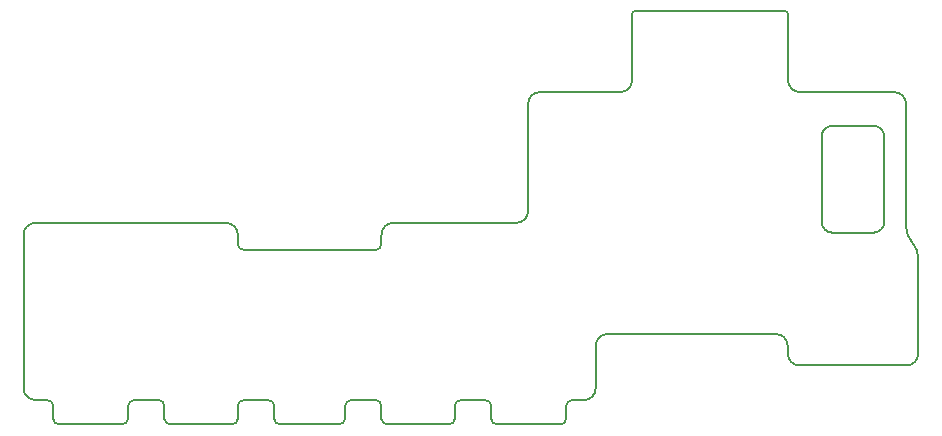
<source format=gbr>
%TF.GenerationSoftware,KiCad,Pcbnew,(5.0.0)*%
%TF.CreationDate,2019-04-02T12:12:57-04:00*%
%TF.ProjectId,Fusion USB Daughter Board,467573696F6E20555342204461756768,rev?*%
%TF.SameCoordinates,Original*%
%TF.FileFunction,Legend,Bot*%
%TF.FilePolarity,Positive*%
%FSLAX46Y46*%
G04 Gerber Fmt 4.6, Leading zero omitted, Abs format (unit mm)*
G04 Created by KiCad (PCBNEW (5.0.0)) date 04/02/19 12:12:57*
%MOMM*%
%LPD*%
G01*
G04 APERTURE LIST*
%ADD10C,0.200000*%
G04 APERTURE END LIST*
D10*
X176900000Y-117250000D02*
G75*
G02X176000000Y-118150000I-900000J0D01*
G01*
X176900000Y-110000000D02*
X176900000Y-117250000D01*
X140544594Y-133887594D02*
X140544594Y-132824523D01*
X149969740Y-132824523D02*
G75*
G02X150469740Y-132324523I500000J0D01*
G01*
X144118853Y-134387594D02*
X149469740Y-134387594D01*
X144118853Y-134387594D02*
G75*
G02X143618853Y-133887594I0J500000D01*
G01*
X141044594Y-132324523D02*
X143118853Y-132324523D01*
X149969740Y-133887594D02*
X149969740Y-132824523D01*
X149969740Y-133887594D02*
G75*
G02X149469740Y-134387594I-500000J0D01*
G01*
X143618853Y-132824523D02*
X143618853Y-133887594D01*
X150469740Y-132324523D02*
X151469740Y-132324523D01*
X140544594Y-132824523D02*
G75*
G02X141044594Y-132324523I500000J0D01*
G01*
X143118853Y-132324523D02*
G75*
G02X143618853Y-132824523I0J-500000D01*
G01*
X152469740Y-127732704D02*
G75*
G02X153469740Y-126732704I1000000J0D01*
G01*
X168725000Y-127732704D02*
X168725000Y-128387594D01*
X167725000Y-126732704D02*
G75*
G02X168725000Y-127732704I0J-1000000D01*
G01*
X152469740Y-131324523D02*
G75*
G02X151469740Y-132324523I-1000000J0D01*
G01*
X179262500Y-118976457D02*
G75*
G02X179775000Y-120313373I-1487500J-1336916D01*
G01*
X179775000Y-128387594D02*
G75*
G02X178775000Y-129387594I-1000000J0D01*
G01*
X152469740Y-131324523D02*
X152469740Y-127732704D01*
X169725000Y-129387594D02*
X178775000Y-129387594D01*
X169725000Y-129387594D02*
G75*
G02X168725000Y-128387594I0J1000000D01*
G01*
X179775000Y-128387594D02*
X179775000Y-120313373D01*
X153469740Y-126732704D02*
X167725000Y-126732704D01*
X106030260Y-132324523D02*
G75*
G02X106530260Y-132824523I0J-500000D01*
G01*
X107030260Y-134387594D02*
G75*
G02X106530260Y-133887594I0J500000D01*
G01*
X106530260Y-132824523D02*
X106530260Y-133887594D01*
X105030260Y-132324523D02*
G75*
G02X104030260Y-131324523I0J1000000D01*
G01*
X104030260Y-118324523D02*
X104030260Y-131324523D01*
X104030260Y-118324523D02*
G75*
G02X105030260Y-117324523I1000000J0D01*
G01*
X112881146Y-132824523D02*
G75*
G02X113381146Y-132324523I500000J0D01*
G01*
X112881146Y-133887594D02*
X112881146Y-132824523D01*
X112881146Y-133887594D02*
G75*
G02X112381146Y-134387594I-500000J0D01*
G01*
X107030260Y-134387594D02*
X112381146Y-134387594D01*
X105030260Y-132324523D02*
X106030260Y-132324523D01*
X134329698Y-132824523D02*
X134329698Y-133887594D01*
X131252713Y-133887594D02*
G75*
G02X130752713Y-134387594I-500000J0D01*
G01*
X125747287Y-134387594D02*
X130752713Y-134387594D01*
X125747287Y-134387594D02*
G75*
G02X125247287Y-133887594I0J500000D01*
G01*
X140544594Y-133887594D02*
G75*
G02X140044594Y-134387594I-500000J0D01*
G01*
X133829698Y-132324523D02*
G75*
G02X134329698Y-132824523I0J-500000D01*
G01*
X134829698Y-134387594D02*
X140044594Y-134387594D01*
X134829698Y-134387594D02*
G75*
G02X134329698Y-133887594I0J500000D01*
G01*
X131252713Y-133887594D02*
X131252713Y-132824523D01*
X131752713Y-132324523D02*
X133829698Y-132324523D01*
X131252713Y-132824523D02*
G75*
G02X131752713Y-132324523I500000J0D01*
G01*
X168750000Y-105250000D02*
X168750000Y-99635787D01*
X177750000Y-106250000D02*
X169750000Y-106250000D01*
X178750000Y-117639541D02*
X178750000Y-107250000D01*
X177750000Y-106250000D02*
G75*
G02X178750000Y-107250000I0J-1000000D01*
G01*
X179262500Y-118976457D02*
G75*
G02X178750000Y-117639541I1487500J1336916D01*
G01*
X169750000Y-106250000D02*
G75*
G02X168750000Y-105250000I0J1000000D01*
G01*
X134329698Y-118324523D02*
G75*
G02X135329698Y-117324523I1000000J0D01*
G01*
X146750000Y-116324523D02*
G75*
G02X145750000Y-117324523I-1000000J0D01*
G01*
X146750000Y-107250000D02*
X146750000Y-116324523D01*
X155550000Y-105250000D02*
G75*
G02X154550000Y-106250000I-1000000J0D01*
G01*
X168500000Y-99385787D02*
X155800000Y-99385787D01*
X171600000Y-117250000D02*
X171600000Y-110000000D01*
X155550000Y-99635787D02*
X155550000Y-105250000D01*
X155550000Y-99635787D02*
G75*
G02X155800000Y-99385787I250000J0D01*
G01*
X172500000Y-109100000D02*
X176000000Y-109100000D01*
X171600000Y-110000000D02*
G75*
G02X172500000Y-109100000I900000J0D01*
G01*
X172500000Y-118150000D02*
G75*
G02X171600000Y-117250000I0J900000D01*
G01*
X146750000Y-107250000D02*
G75*
G02X147750000Y-106250000I1000000J0D01*
G01*
X134329698Y-119120333D02*
G75*
G02X133829698Y-119620333I-500000J0D01*
G01*
X122170301Y-119120333D02*
X122170301Y-118324523D01*
X145750000Y-117324523D02*
X135329698Y-117324523D01*
X134329698Y-118324523D02*
X134329698Y-119120333D01*
X168500000Y-99385787D02*
G75*
G02X168750000Y-99635787I0J-250000D01*
G01*
X176000000Y-118150000D02*
X172500000Y-118150000D01*
X154550000Y-106250000D02*
X147750000Y-106250000D01*
X121170301Y-117324523D02*
X105030260Y-117324523D01*
X121170301Y-117324523D02*
G75*
G02X122170301Y-118324523I0J-1000000D01*
G01*
X122670301Y-119620333D02*
G75*
G02X122170301Y-119120333I0J500000D01*
G01*
X133829698Y-119620333D02*
X122670301Y-119620333D01*
X113381146Y-132324523D02*
X115455406Y-132324523D01*
X124747287Y-132324523D02*
G75*
G02X125247287Y-132824523I0J-500000D01*
G01*
X122670301Y-132324523D02*
X124747287Y-132324523D01*
X122170301Y-133887594D02*
G75*
G02X121670301Y-134387594I-500000J0D01*
G01*
X115955406Y-132824523D02*
X115955406Y-133887594D01*
X116455406Y-134387594D02*
X121670301Y-134387594D01*
X125247287Y-132824523D02*
X125247287Y-133887594D01*
X122170301Y-132824523D02*
G75*
G02X122670301Y-132324523I500000J0D01*
G01*
X122170301Y-133887594D02*
X122170301Y-132824523D01*
X116455406Y-134387594D02*
G75*
G02X115955406Y-133887594I0J500000D01*
G01*
X115455406Y-132324523D02*
G75*
G02X115955406Y-132824523I0J-500000D01*
G01*
X176000000Y-109100000D02*
G75*
G02X176900000Y-110000000I0J-900000D01*
G01*
M02*

</source>
